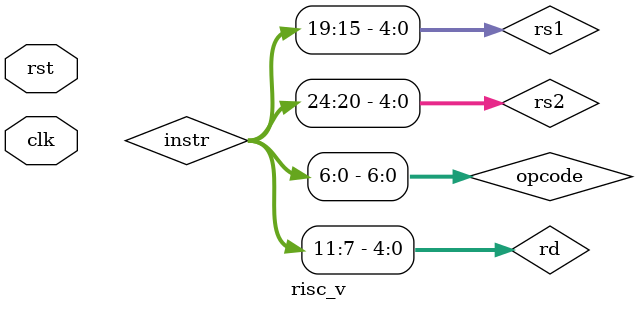
<source format=v>
`timescale 1ns / 1ps
 

module risc_v(
    input  clk,
    input  rst
);
    
    wire         RFWr; //写入通用寄存器控制信号  1：写入  RegfileWr
    wire 		 DMWr; //写入DM的控制信号 1：将数据写入相应地址内
    wire         PCWr; //PC写使能     1：允许NPC写入PC内部寄存器
    wire         IRWr; //IR写使能信号 1：允许指令从IM写入IR寄存器wire 
    wire         Asel;
    wire         Bsel;
    wire         Zero; //运算结果为0标志
    wire         Zero_r; //运算结果为0标志
    wire [4:0]   ALUop;//指定是哪种运算
    wire [2:0]   IMEXTop;//取出指令 立即数扩展类型控制信号
    wire [2:0]   DMEXTop;//从dmem取出数据 字节，字等扩展信号
    wire [1:0]   NPCop;//npc执行操作类型的控制信号 00：npc = pc + 4  01：beq分支指令  10：J类跳转指令
    wire [1:0]   WDsel; //选择从ALU还是mem写回
    wire [31:0]  PC;  //
    wire [31:0]  NPC; //Npc是计算下一条指令地址  并将计算结果输出给pc的模块，受到npcop的控制
    wire [31:0]  im_dout;//从IM读出的指令
    wire [31:0]  dm_dout;//从DM读出的数据  未扩展
    wire [31:0]  DM_dout;//从DM读出的数据  扩展
    wire [3:0]   WRbe;   //写入dmem选择信号
    wire [31:0]  DR_out; //寄存dm_out
    wire [31:0]  instr;  //
    wire [6:0]   opcode; //  instr[6:0]
    wire [4:0]   rd;  //32位指令的结果操作数索引  instr[11:7]
    wire [4:0]   rs1; //32位指令的源操作数1索引   instr[19:15]
    wire [4:0]   rs2; //32位指令的源操作数2索引   instr[24:20]
    wire [2:0]   func3;//32位指令的func3段      instr[14:12]
    wire [6:0]   func7;//32位指令的func7段      instr[31:25]
    wire [31:0]  Imm32;//立即数
    wire [31:0]  WD;   //写回寄存器的数据
    wire [31:0]  RD1;  //从寄存器读取的第一个数
    wire [31:0]  RD1_r;//寄存RD1
    wire [31:0]  RD2;  //从寄存器读取的第二个数
    wire [31:0]  RD2_r;//寄存RD2
    wire [31:0]  A;    //ALU操作数1
    wire [31:0]  B;    //ALU操作数2
    wire [31:0]  C;    //ALU运算结果
    wire [31:0]  C_r;  //寄存ALU运算结果
    
    
    assign opcode = instr[6:0];   //取出opcode 低7位
    assign rd     = instr[11:7];  //32位指令的结果操作数索引
    assign func3  = instr[14:12]; //32位指令的func3段
    assign rs1    = instr[19:15]; //32位指令的源操作数1索引
    assign rs2    = instr[24:20]; //32位指令的源操作数2索引
    assign func7  = instr[31:25]; //32位指令的func7段
    
    PC i_PC (
        .clk(clk), .rst(rst), .PCwr(PCWr), .NPC(NPC), .PC(PC)
    );
    
    NPC i_NPC(
        .PC(PC), .IMM(Imm32), .alu_result(C_r), .NPCop(NPCop), .NPC(NPC)
    );
    
    IM i_IM(
        .addr(PC[13:0]), .dout(im_dout)
    );
    
    IR i_IR(
        .clk(clk), .rst(rst), .IRwr(IRWr), .im_dout(im_dout), .instr(instr)
    );
    
    EXTImm i_EXTImm(
        .IMEXTop(IMEXTop), .instr(instr), .IMM32(Imm32)
    );
       
    Register_file i_Register_file(
        .clk(clk), .rs1(rs1), .rs2(rs2), .rd(rd), .WD(WD), .RFwr(RFWr), .RD1(RD1), .RD2(RD2)
    );
    
    flopr #(.WIDTH(32)) RD1_flopr(
        .clk(clk), .rst(rst), .din(RD1), .dout(RD1_r)
    );
       
    flopr #(.WIDTH(32)) RD2_flopr(
        .clk(clk), .rst(rst), .din(RD2), .dout(RD2_r)
    );
    
    mux2 A_SEL(  //选中运算的第1个操作数A   auipc need PC
        .d0(RD1_r), .d1(PC - 3'd4), .sel(Asel), .out(A)
    );
    mux2 B_SEL(  //选中运算的第二个操作数B 数是rs2还是立即数
        .d0(RD2_r), .d1(Imm32), .sel(Bsel), .out(B)
    );
    
    ALU i_ALU(
        .A(A), .B(B), .ALUop(ALUop), .result(C), .Zero(Zero)
    );
    
    flopr #(.WIDTH(32)) ZERO_flopr(
        .clk(clk), .rst(rst), .din(Zero), .dout(Zero_r)
    );
    flopr #(.WIDTH(32)) ALUout_flopr(
        .clk(clk), .rst(rst), .din(C), .dout(C_r)
    );
    
    DM i_DM(  //load and store
        .clk(clk), .addr(C_r[11:2]), .din(RD2_r), .DMwr(DMWr), .WRbe(WRbe), .dout(dm_dout)
    );
    
    flopr #(.WIDTH(32)) DM_flopr(
        .clk(clk), .rst(rst), .din(dm_dout), .dout(DR_out)
    );
    
    EXTdm i_EXTdm( //对load出数据扩展
        .dmout(DR_out), .DMEXTop(DMEXTop), .DMout(DM_dout)
    );
    
    mux3_32 WD_sel( //写回register file的数值选择  
        .d0(C_r), .d1(DM_dout), .d2(PC), .sel(WDsel), .out(WD)
    );
    
    control i_control(
        .clk(clk),
        .rst(rst),
        .Zero(Zero_r),
        .opcode(opcode),
        .func3(func3),
        .func7(func7),
        
        .RFWr(RFWr),
        .DMWr(DMWr),
        .PCWr(PCWr),
        .IRWr(IRWr),
        .ALUop(ALUop),
        .IMEXTop(IMEXTop),
        .DMEXTop(DMEXTop),
        .NPCop(NPCop),
        .WDsel(WDsel),
        .WRbe(WRbe),
        .Asel(Asel),
        .Bsel(Bsel)
    );
    
endmodule

</source>
